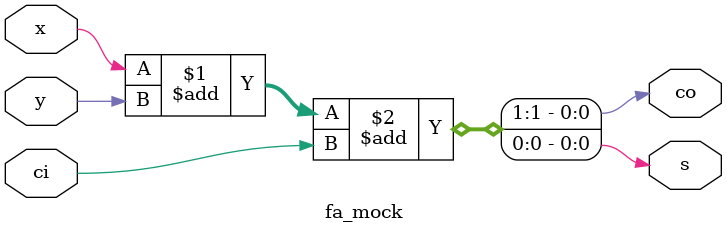
<source format=v>
module mimic_circuit_adder_testing(inx, iny, sum);
  input [127:0]inx;
  input [127:0]iny;
  output [7:0]sum;

  wire [35:0]int_sum;
	wire [8:0]int_sum_2;
	
	wire [4:0]int_s1;
	wire [4:0]int_s0;

  genvar i;
  generate
  for (i=0; i<5; i=i+1) begin: xnorpop24
    xnorpop24_fatree xnorpop20 (
      .x(inx[i*24+:24]),
      .y(iny[i*24+:24]),
      .s0({int_s1[i], int_s0[i]}),
      .cout(int_sum[i*6+:6])
    );
  end
  endgenerate
  
  xnorpop8_fatree xnorpop8 (.x(inx[127:120]), .y(iny[127:120]), .int_s0(int_s0), .int_s1(int_s1), .s0(sum[0]), .s1(sum[1]), .cout(int_sum[35:30]));  
	add36_fatree add36 (.int_sum(int_sum), .s3(sum[3]), .s2(sum[2]), .cout(int_sum_2));
	addall_fatree addall (.int_sum(int_sum_2), .s7(sum[7]), .s6(sum[6]), .s5(sum[5]), .s4(sum[4]));
endmodule

module mimic_circuit_adder(inx, iny, sum);
  input [127:0]inx;
  input [127:0]iny;
  output [7:0]sum;

  wire [35:0]int_sum;
	wire [8:0]int_sum_2;
	
	wire [4:0]int_s1;
	wire [4:0]int_s0;

  genvar i;
  generate
  for (i=0; i<5; i=i+1) begin: xnorpop24
    xnorpop24 xnorpop20 (
      .x(inx[i*24+:24]),
      .y(iny[i*24+:24]),
      .s0({int_s1[i], int_s0[i]}),
      .cout(int_sum[i*6+:6])
    );
  end
  endgenerate
  
  xnorpop8 xnorpop8 (.x(inx[127:120]), .y(iny[127:120]), .int_s0(int_s0), .int_s1(int_s1), .s0(sum[0]), .s1(sum[1]), .cout(int_sum[35:30]));  
	add36 add36 (.int_sum(int_sum), .s3(sum[3]), .s2(sum[2]), .cout(int_sum_2));
	addall addall (.int_sum(int_sum_2), .s7(sum[7]), .s6(sum[6]), .s5(sum[5]), .s4(sum[4]));
endmodule

/*///////////////////////////////////////////////////////////////////////////
  36 bit adder
*////////////////////////////////////////////////////////////////////////////
module add36_fatree(int_sum, s3, s2, cout);

	input [35:0]int_sum;
	output s3, s2;
	output [8:0]cout;

	wire [8:0]int_co0;
	wire [8:0]int_co1;
	
	fatree_2bit fatree0_0 (.x1(int_sum[0]), .x2(int_sum[1]), .y1(int_sum[18]), .y2(int_sum[19]),
			.t(1'b1), .s0(cout[0]), .ci0(1'b0), .ci1(1'b0), .co0(int_co0[0]), .co1(int_co1[0]));
			
	fatree_2bit fatree0_1 (.x1(int_sum[2]), .x2(int_sum[3]), .y1(int_sum[20]), .y2(int_sum[21]),
			.t(1'b1), .s0(cout[1]), .ci0(int_co0[0]), .ci1(int_co1[0]), .co0(int_co0[1]), .co1(int_co1[1]));
			
	fatree_2bit fatree0_2 (.x1(int_sum[4]), .x2(int_sum[5]), .y1(int_sum[22]), .y2(int_sum[23]),
			.t(1'b1), .s0(cout[2]), .ci0(int_co0[1]), .ci1(int_co1[1]), .co0(int_co0[2]), .co1(int_co1[2]));	
			
	fatree_2bit fatree0_3 (.x1(int_sum[6]), .x2(int_sum[7]), .y1(int_sum[24]), .y2(int_sum[25]),
			.t(1'b1), .s0(cout[3]), .ci0(int_co0[2]), .ci1(int_co1[2]), .co0(int_co0[3]), .co1(int_co1[3]));
			
	fatree_2bit fatree0_4 (.x1(int_sum[8]), .x2(int_sum[9]), .y1(int_sum[26]), .y2(int_sum[27]),
			.t(1'b1), .s0(cout[4]), .ci0(int_co0[3]), .ci1(int_co1[3]), .co0(int_co0[4]), .co1(int_co1[4]));
			
	fatree_2bit fatree0_5 (.x1(int_sum[10]), .x2(int_sum[11]), .y1(int_sum[28]), .y2(int_sum[29]),
			.t(1'b1), .s0(cout[5]), .ci0(int_co0[4]), .ci1(int_co1[4]), .co0(int_co0[5]), .co1(int_co1[5]));	
			
	fatree_2bit fatree0_6 (.x1(int_sum[12]), .x2(int_sum[13]), .y1(int_sum[30]), .y2(int_sum[31]),
			.t(1'b1), .s0(cout[6]), .ci0(int_co0[5]), .ci1(int_co1[5]), .co0(int_co0[6]), .co1(int_co1[6]));	
			
	fatree_2bit fatree0_7 (.x1(int_sum[14]), .x2(int_sum[15]), .y1(int_sum[32]), .y2(int_sum[33]),
			.t(1'b1), .s0(cout[7]), .ci0(int_co0[6]), .ci1(int_co1[6]), .co0(int_co0[7]), .co1(int_co1[7]));
			
	fatree_2bit fatree0_8 (.x1(int_sum[16]), .x2(int_sum[17]), .y1(int_sum[34]), .y2(int_sum[35]),
			.t(1'b1), .s0(cout[8]), .ci0(int_co0[7]), .ci1(int_co1[7]), .co0(int_co0[8]), .co1(int_co1[8]));

	assign s2 = int_co0[8];
	assign s3 = int_co1[8];
			
endmodule

module add36 (int_sum, s3, s2, cout);

	input [35:0]int_sum;
	output s3, s2;
	output [8:0]cout;

  wire [17:0]int_sum_0; 

  assign {s2, int_sum_0} = int_sum[17:0] + int_sum[35:18];
  
  assign s3 = s2;
  assign cout = {int_sum_0[16], int_sum_0[14], int_sum_0[12], int_sum_0[10], int_sum_0[8], int_sum_0[6], int_sum_0[4], int_sum_0[2], int_sum_0[0]};  

endmodule

module addall_fatree(int_sum, s7, s6, s5, s4);

	input [8:0]int_sum;
	output s7, s6, s5, s4;

	wire [1:0]int_co0;
	wire [1:0]int_co1;
	wire [1:0]int_cout;
	
	fatree_2bit fatree0_0 (.x1(int_sum[0]), .x2(int_sum[1]), .y1(int_sum[4]), .y2(int_sum[5]),
			.t(1'b1), .s0(int_cout[0]), .ci0(int_sum[8]), .ci1(1'b0), .co0(int_co0[0]), .co1(int_co1[0]));
			
	fatree_2bit fatree0_1 (.x1(int_sum[2]), .x2(int_sum[3]), .y1(int_sum[6]), .y2(int_sum[7]),
			.t(1'b1), .s0(int_cout[1]), .ci0(int_co0[0]), .ci1(int_co1[0]), .co0(s4), .co1(s5));
			
	fatree_2bit fatree1_0 (.x1(int_cout[0]), .x2(1'b0), .y1(int_cout[1]), .y2(1'b0),
			.t(1'b0), .s0(s7), .ci0(1'b0), .co0(s6));	
			
endmodule

module addall(int_sum, s7, s6, s5, s4);

	input [8:0]int_sum;
	output s7, s6, s5, s4;

  wire [3:0]int_sum_0;
  assign {s4, int_sum_0} = int_sum[3:0] + int_sum[7:4] + int_sum[8];
  assign s5 = s4;

  wire [1:0]int_sum_1;
  assign int_sum_1 = {int_sum_0[2], int_sum_0[0]};

  wire [1:0]int_sum_2;
  assign {s6 ,int_sum_2} = int_sum_1[0] + int_sum_1[1];

  assign s7 = int_sum_2[0];

endmodule

/*///////////////////////////////////////////////////////////////////////////
  8 XNOR-pop mimic function for a LAB
*////////////////////////////////////////////////////////////////////////////
module xnorpop8_fatree(x, y, int_s1, int_s0, s1, s0, cout);
	input [7:0]x;
	input [7:0]y;
	input [4:0]int_s0;
	input [4:0]int_s1;
	output s1;
	output s0;
	output [5:0]cout;

	wire [7:0]xnor_out;
	wire [12:0]sum_in_0;
	wire [2:0]sum_out_0;
	
	// XNOR and first two levels of adder
	assign xnor_out = x ~^ y;
	assign sum_in_0 = {int_s0, xnor_out[7:0]};
	
	// Calculation of final s0
	wire [2:0]int_co0_0;
  wire [2:0]int_co1_0; 
	
	fatree_2bit fatree0_0 (.x1(sum_in_0[0]), .x2(sum_in_0[1]), .y1(sum_in_0[6]), .y2(sum_in_0[7]),
			.t(1'b1), .s0(sum_out_0[0]), .ci0(sum_in_0[12]), .ci1(1'b0), .co0(int_co0_0[0]), .co1(int_co1_0[0]));
  
	fatree_2bit fatree0_1 (.x1(sum_in_0[2]), .x2(sum_in_0[3]), .y1(sum_in_0[8]), .y2(sum_in_0[9]),
			.t(1'b1), .s0(sum_out_0[1]), .ci0(int_co0_0[0]), .ci1(int_co1_0[0]), .co0(int_co0_0[1]), .co1(int_co1_0[1]));
			
	fatree_2bit fatree0_2 (.x1(sum_in_0[4]), .x2(sum_in_0[5]), .y1(sum_in_0[10]), .y2(sum_in_0[11]),
			.t(1'b1), .s0(sum_out_0[2]), .ci0(int_co0_0[1]), .ci1(int_co1_0[1]), .co0(int_co0_0[2]), .co1(int_co1_0[2]));
	
	assign s0 = int_co0_0[2];
	
	// Calculation of final s1
	wire [5:0]sum_in_s1;
	wire [2:0]sum_out_s1;
	wire [1:0]int_co0_s1;
	wire [1:0]int_co1_s1;

	assign sum_in_s1 = {int_s1, int_co1_0[2]};
		
	fatree_2bit fatree1_0 (.x1(sum_in_s1[0]), .x2(sum_in_s1[1]), .y1(sum_in_s1[3]), .y2(sum_in_s1[4]),
			.t(1'b0), .s0(sum_out_s1[0]), .s1(sum_out_s1[1]), .ci0(1'b0), .co0(int_co0_s1[0]));
			
	fatree_2bit fatree1_1 (.x1(sum_in_s1[2]), .x2(1'b0), .y1(sum_in_s1[5]), .y2(1'b0),
			.t(1'b0), .s0(sum_out_s1[2]), .ci0(int_co0_s1[0]), .co0(int_co0_s1[1]));
			
	assign s1 = int_co0_s1[1];		
			
	assign cout = {sum_out_s1, sum_out_0};
			
endmodule

module xnorpop8(x, y, int_s1, int_s0, s1, s0, cout);
	input [7:0]x;
	input [7:0]y;
	input [4:0]int_s0;
	input [4:0]int_s1;
	output s1;
	output s0;
	output [5:0]cout;

	wire [7:0]xnor_out;
	wire [12:0]sum_in_0;
	wire [5:0]sum_out_0;
	
	// XNOR and first two levels of adder
	assign xnor_out = x ~^ y;
	assign sum_in_0 = {int_s0, xnor_out[7:0]};
	
	// Calculation of final s0
	assign {s0, sum_out_0[5:0]} = sum_in_0[11:6] + sum_in_0[5:0] + sum_in_0[12];

	// Calculation of final s1
  wire [5:0]sum_in_s1;
  wire [3:0]sum_out_s1;

  assign sum_in_s1 = {int_s1, s0};
	assign {s1, sum_out_s1} = {1'b0,sum_in_s1[2:0]} + {1'b0,sum_in_s1[5:3]};

  assign cout = {sum_out_s1[2:0], sum_out_0[4], sum_out_0[2],sum_out_0[0]};
	
endmodule


/*///////////////////////////////////////////////////////////////////////////
  24 XNOR-pop mimic function for a LAB
*////////////////////////////////////////////////////////////////////////////
module xnorpop24_fatree(x, y, s0, cout);
  input [23:0]x;
  input [23:0]y;
  output [1:0]s0;
  output [5:0]cout;

  wire [23:0]xnor_out;
  wire [5:0]sum_out;

  // XNOR and first adder tree level
  // Should fit into 5 ALMs
  assign xnor_out = x ~^ y;
 
  wire [5:0]int_co0;
  wire [5:0]int_co1; 
	
  fatree_2bit fatree0_0 (.x1(xnor_out[0]), .x2(xnor_out[1]), .y1(xnor_out[12]), .y2(xnor_out[13]),
       .t(1'b1), .s0(sum_out[0]), .ci0(1'b0), .ci1(1'b0), .co0(int_co0[0]), .co1(int_co1[0]));
  
	fatree_2bit fatree0_1 (.x1(xnor_out[2]), .x2(xnor_out[3]), .y1(xnor_out[14]), .y2(xnor_out[15]),
       .t(1'b1), .s0(sum_out[1]), .ci0(int_co0[0]), .ci1(int_co1[0]), .co0(int_co0[1]), .co1(int_co1[1]));
  
	fatree_2bit fatree0_2 (.x1(xnor_out[4]), .x2(xnor_out[5]), .y1(xnor_out[16]), .y2(xnor_out[17]),
       .t(1'b1), .s0(sum_out[2]), .ci0(int_co0[1]), .ci1(int_co1[1]), .co0(int_co0[2]), .co1(int_co1[2]));
  
	fatree_2bit fatree0_3 (.x1(xnor_out[6]), .x2(xnor_out[7]), .y1(xnor_out[18]), .y2(xnor_out[19]),
       .t(1'b1), .s0(sum_out[3]), .ci0(int_co0[2]), .ci1(int_co1[2]), .co0(int_co0[3]), .co1(int_co1[3]));
  
	fatree_2bit fatree0_4 (.x1(xnor_out[8]), .x2(xnor_out[9]), .y1(xnor_out[20]), .y2(xnor_out[21]),
       .t(1'b1), .s0(sum_out[4]), .ci0(int_co0[3]), .ci1(int_co1[3]), .co0(int_co0[4]), .co1(int_co1[4]));
  
	fatree_2bit fatree0_5 (.x1(xnor_out[10]), .x2(xnor_out[11]), .y1(xnor_out[22]), .y2(xnor_out[23]),
       .t(1'b1), .s0(sum_out[5]), .ci0(int_co0[4]), .ci1(int_co1[4]), .co0(int_co0[5]), .co1(int_co1[5]));	
	
	
	assign s0 = {int_co1[5], int_co0[5]};
	assign cout = sum_out;
  

endmodule

module xnorpop24(x, y, s0, cout);
  input [23:0]x;
  input [23:0]y;
  output [1:0]s0;
  output [5:0]cout;

  wire [23:0]xnor_out;
  wire [11:0]sum_out;

  wire [2:0]sum_out_2; 

  // XNOR and first adder tree level
  // Should fit into 5 ALMs
  assign xnor_out = x ~^ y;
 
  assign {s0[0], sum_out} = xnor_out[23:12] + xnor_out[11:0]; 
	assign s0[1] = s0[0];
  assign cout = {sum_out[10], sum_out[8], sum_out[6], sum_out[4], sum_out[2], sum_out[0]};

endmodule



/*///////////////////////////////////////////////////////////////////////////
  Support modules
*////////////////////////////////////////////////////////////////////////////

module fatree_2bit_mock (x1, x2, y1, y2, ci0, ci1, s0, s1, t, co0, co1);
  input x1, x2, y1, y2, ci0, ci1, t;
  output s0, s1, co0, co1;

  wire [2:0]int_s;
  wire int_c;

	// First level adder
  fa_mock fa_m0 (.x(x1), .y(y1), .ci(ci0), .s(int_s[0]), .co(int_c));
  fa_mock fa_m1 (.x(x2), .y(y2), .ci(int_c), .s(int_s[1]), .co(co0));
	
	// Second level adder
  //fa fa2 (.x(int_s[0]), .y(int_s[1]), .ci(ci1), .s(int_s[2]), .co(co1));

  assign co1 = co0; // FAKING extra output

	assign s0 = int_s[0];
	assign s1 = int_s[1];
	
endmodule

// When we do flip the full adder, co0 and co1 become the sum out
module fatree_2bit (x1, x2, y1, y2, ci0, ci1, s0, s1, t, co0, co1);
  input x1, x2, y1, y2, ci0, ci1, t;
  output s0, s1, co0, co1;

  wire [2:0]int_s;
  wire int_c;

	// First level adder
  fa fa0 (.x(x1), .y(y1), .ci(ci0), .s(int_s[0]), .co(int_c));
  fa fa1 (.x(x2), .y(y2), .ci(int_c), .s(int_s[1]), .co(co0));
	
	// Second level adder
  fa fa2 (.x(int_s[0]), .y(int_s[1]), .ci(ci1), .s(int_s[2]), .co(co1));

	assign s0 = t ? int_s[2] : int_s[0];
	assign s1 = int_s[1];
	
endmodule

module fa (x, y, ci, s, co);
  input x, y, ci;
  output s, co;

  //assign {co,s} = x + y + ci;
  assign {s,co} = x + y + ci;

endmodule

module fa_mock (x, y, ci, s, co);
  input x, y, ci;
  output s, co;

  assign {co,s} = x + y + ci;

endmodule


</source>
